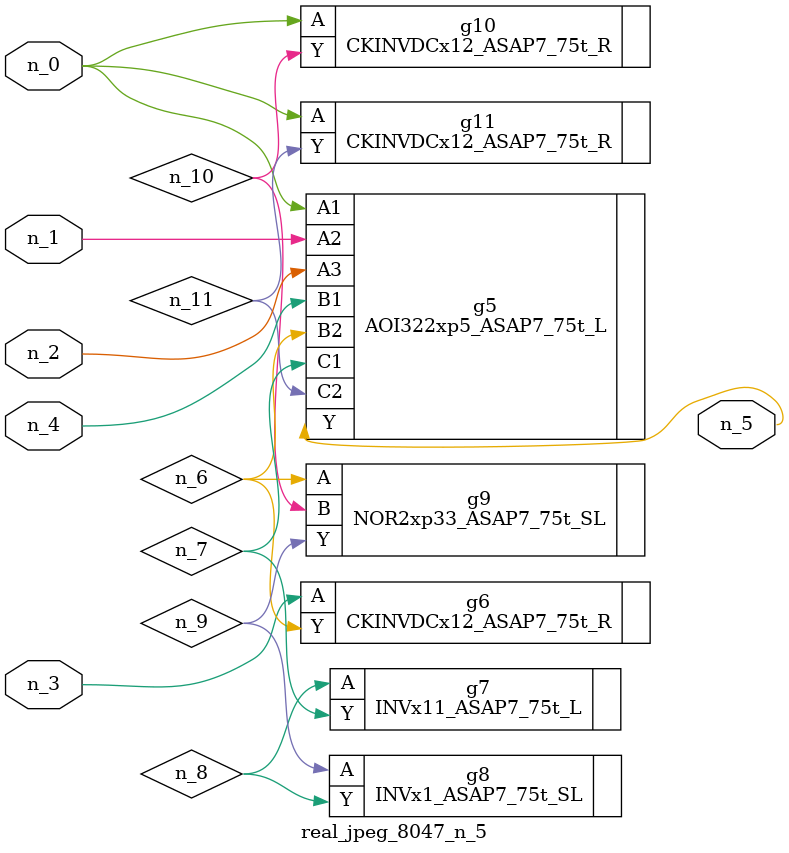
<source format=v>
module real_jpeg_8047_n_5 (n_4, n_0, n_1, n_2, n_3, n_5);

input n_4;
input n_0;
input n_1;
input n_2;
input n_3;

output n_5;

wire n_8;
wire n_11;
wire n_6;
wire n_7;
wire n_10;
wire n_9;

AOI322xp5_ASAP7_75t_L g5 ( 
.A1(n_0),
.A2(n_1),
.A3(n_2),
.B1(n_4),
.B2(n_6),
.C1(n_7),
.C2(n_11),
.Y(n_5)
);

CKINVDCx12_ASAP7_75t_R g10 ( 
.A(n_0),
.Y(n_10)
);

CKINVDCx12_ASAP7_75t_R g11 ( 
.A(n_0),
.Y(n_11)
);

CKINVDCx12_ASAP7_75t_R g6 ( 
.A(n_3),
.Y(n_6)
);

NOR2xp33_ASAP7_75t_SL g9 ( 
.A(n_6),
.B(n_10),
.Y(n_9)
);

INVx11_ASAP7_75t_L g7 ( 
.A(n_8),
.Y(n_7)
);

INVx1_ASAP7_75t_SL g8 ( 
.A(n_9),
.Y(n_8)
);


endmodule
</source>
